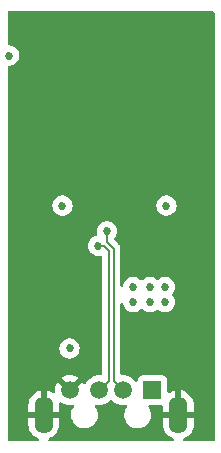
<source format=gbr>
%TF.GenerationSoftware,KiCad,Pcbnew,(6.0.7)*%
%TF.CreationDate,2023-02-07T19:22:30-08:00*%
%TF.ProjectId,ESP_Module,4553505f-4d6f-4647-956c-652e6b696361,rev?*%
%TF.SameCoordinates,Original*%
%TF.FileFunction,Copper,L4,Bot*%
%TF.FilePolarity,Positive*%
%FSLAX46Y46*%
G04 Gerber Fmt 4.6, Leading zero omitted, Abs format (unit mm)*
G04 Created by KiCad (PCBNEW (6.0.7)) date 2023-02-07 19:22:30*
%MOMM*%
%LPD*%
G01*
G04 APERTURE LIST*
%TA.AperFunction,ComponentPad*%
%ADD10R,1.508000X1.508000*%
%TD*%
%TA.AperFunction,ComponentPad*%
%ADD11C,1.508000*%
%TD*%
%TA.AperFunction,ComponentPad*%
%ADD12O,1.575000X3.150000*%
%TD*%
%TA.AperFunction,ViaPad*%
%ADD13C,0.685800*%
%TD*%
%TA.AperFunction,Conductor*%
%ADD14C,0.152400*%
%TD*%
G04 APERTURE END LIST*
D10*
%TO.P,J1,1,VCC*%
%TO.N,+5V*%
X160218000Y-100516000D03*
D11*
%TO.P,J1,2,D-*%
%TO.N,USB_D-*%
X157718000Y-100516000D03*
%TO.P,J1,3,D+*%
%TO.N,USB_D+*%
X155718000Y-100516000D03*
%TO.P,J1,4,GND*%
%TO.N,GND*%
X153218000Y-100516000D03*
D12*
%TO.P,J1,S1,SHIELD*%
X162418000Y-102616000D03*
%TO.P,J1,S2,SHIELD*%
X151018000Y-102616000D03*
%TD*%
D13*
%TO.N,+3V3*%
X148100000Y-72200000D03*
X161300000Y-91800000D03*
X160000000Y-93100000D03*
X161300000Y-93100000D03*
X153200000Y-97000000D03*
X158600000Y-91800000D03*
X161400000Y-84900000D03*
X160000000Y-91800000D03*
X152600000Y-84900000D03*
X158600000Y-93100000D03*
%TO.N,GND*%
X164500000Y-97400000D03*
X156700000Y-80000000D03*
X154500000Y-86800000D03*
X159600000Y-84600000D03*
X152500000Y-86800000D03*
X149000000Y-97400000D03*
X149000000Y-99400000D03*
X160700000Y-80000000D03*
X154500000Y-84900000D03*
X156700000Y-71000000D03*
X158700000Y-80000000D03*
X164500000Y-99400000D03*
X160700000Y-71000000D03*
X164500000Y-91300000D03*
X152700000Y-80000000D03*
X152700000Y-71000000D03*
X158700000Y-71000000D03*
X154700000Y-80000000D03*
X164500000Y-89300000D03*
X164500000Y-93300000D03*
X164500000Y-95300000D03*
X150500000Y-86800000D03*
X154700000Y-71000000D03*
%TO.N,USB_D+*%
X155600000Y-88300000D03*
%TO.N,USB_D-*%
X156376702Y-87076702D03*
%TD*%
D14*
%TO.N,USB_D+*%
X156514799Y-88725466D02*
X156514799Y-99719201D01*
X156089333Y-88300000D02*
X156514799Y-88725466D01*
X155600000Y-88300000D02*
X156089333Y-88300000D01*
X156514799Y-99719201D02*
X155718000Y-100516000D01*
%TO.N,USB_D-*%
X156376702Y-88012631D02*
X156921201Y-88557130D01*
X156921201Y-99719201D02*
X157718000Y-100516000D01*
X156921201Y-88557130D02*
X156921201Y-99719201D01*
X156376702Y-87076702D02*
X156376702Y-88012631D01*
%TD*%
%TA.AperFunction,Conductor*%
%TO.N,GND*%
G36*
X165423121Y-68478502D02*
G01*
X165469614Y-68532158D01*
X165481000Y-68584500D01*
X165481000Y-104735500D01*
X165460998Y-104803621D01*
X165407342Y-104850114D01*
X165355000Y-104861500D01*
X162925073Y-104861500D01*
X162856952Y-104841498D01*
X162810459Y-104787842D01*
X162800355Y-104717568D01*
X162829849Y-104652988D01*
X162871823Y-104621305D01*
X163063243Y-104532045D01*
X163072729Y-104526567D01*
X163249401Y-104402861D01*
X163257808Y-104395807D01*
X163410307Y-104243308D01*
X163417361Y-104234901D01*
X163541067Y-104058229D01*
X163546545Y-104048743D01*
X163637699Y-103853262D01*
X163641445Y-103842970D01*
X163697268Y-103634636D01*
X163699171Y-103623841D01*
X163713262Y-103462791D01*
X163713500Y-103457327D01*
X163713500Y-102888115D01*
X163709025Y-102872876D01*
X163707635Y-102871671D01*
X163699952Y-102870000D01*
X161140615Y-102870000D01*
X161125376Y-102874475D01*
X161124171Y-102875865D01*
X161122500Y-102883548D01*
X161122500Y-103457327D01*
X161122738Y-103462791D01*
X161136829Y-103623841D01*
X161138732Y-103634636D01*
X161194555Y-103842970D01*
X161198301Y-103853262D01*
X161289455Y-104048743D01*
X161294933Y-104058229D01*
X161418639Y-104234901D01*
X161425693Y-104243308D01*
X161578190Y-104395805D01*
X161586598Y-104402861D01*
X161763266Y-104526565D01*
X161772762Y-104532047D01*
X161964177Y-104621305D01*
X162017462Y-104668222D01*
X162036923Y-104736499D01*
X162016381Y-104804459D01*
X161962359Y-104850525D01*
X161910927Y-104861500D01*
X151525073Y-104861500D01*
X151456952Y-104841498D01*
X151410459Y-104787842D01*
X151400355Y-104717568D01*
X151429849Y-104652988D01*
X151471823Y-104621305D01*
X151663243Y-104532045D01*
X151672729Y-104526567D01*
X151849401Y-104402861D01*
X151857808Y-104395807D01*
X152010307Y-104243308D01*
X152017361Y-104234901D01*
X152141067Y-104058229D01*
X152146545Y-104048743D01*
X152237699Y-103853262D01*
X152241445Y-103842970D01*
X152297268Y-103634636D01*
X152299171Y-103623841D01*
X152313262Y-103462791D01*
X152313500Y-103457327D01*
X152313500Y-102888115D01*
X152309025Y-102872876D01*
X152307635Y-102871671D01*
X152299952Y-102870000D01*
X149740615Y-102870000D01*
X149725376Y-102874475D01*
X149724171Y-102875865D01*
X149722500Y-102883548D01*
X149722500Y-103457327D01*
X149722738Y-103462791D01*
X149736829Y-103623841D01*
X149738732Y-103634636D01*
X149794555Y-103842970D01*
X149798301Y-103853262D01*
X149889455Y-104048743D01*
X149894933Y-104058229D01*
X150018639Y-104234901D01*
X150025693Y-104243308D01*
X150178190Y-104395805D01*
X150186598Y-104402861D01*
X150363266Y-104526565D01*
X150372762Y-104532047D01*
X150564177Y-104621305D01*
X150617462Y-104668222D01*
X150636923Y-104736499D01*
X150616381Y-104804459D01*
X150562359Y-104850525D01*
X150510927Y-104861500D01*
X148081000Y-104861500D01*
X148012879Y-104841498D01*
X147966386Y-104787842D01*
X147955000Y-104735500D01*
X147955000Y-102343885D01*
X149722500Y-102343885D01*
X149726975Y-102359124D01*
X149728365Y-102360329D01*
X149736048Y-102362000D01*
X150745885Y-102362000D01*
X150761124Y-102357525D01*
X150762329Y-102356135D01*
X150764000Y-102348452D01*
X150764000Y-102343885D01*
X151272000Y-102343885D01*
X151276475Y-102359124D01*
X151277865Y-102360329D01*
X151285548Y-102362000D01*
X152295385Y-102362000D01*
X152310624Y-102357525D01*
X152311829Y-102356135D01*
X152313500Y-102348452D01*
X152313500Y-101774673D01*
X152313261Y-101769187D01*
X152304557Y-101669708D01*
X152318545Y-101600103D01*
X152367944Y-101549111D01*
X152437070Y-101532920D01*
X152502348Y-101555513D01*
X152580081Y-101609942D01*
X152589576Y-101615425D01*
X152779740Y-101704099D01*
X152790032Y-101707845D01*
X152992704Y-101762151D01*
X153003499Y-101764054D01*
X153212525Y-101782342D01*
X153223475Y-101782342D01*
X153421792Y-101764991D01*
X153491397Y-101778980D01*
X153542389Y-101828379D01*
X153558580Y-101897505D01*
X153538903Y-101953565D01*
X153541002Y-101954779D01*
X153432693Y-102141999D01*
X153361740Y-102346323D01*
X153330703Y-102560377D01*
X153340704Y-102776438D01*
X153342108Y-102782263D01*
X153342108Y-102782264D01*
X153363253Y-102870000D01*
X153391380Y-102986710D01*
X153480903Y-103183606D01*
X153606043Y-103360021D01*
X153762285Y-103509590D01*
X153767320Y-103512841D01*
X153938954Y-103623664D01*
X153938957Y-103623665D01*
X153943991Y-103626916D01*
X154144604Y-103707766D01*
X154150485Y-103708914D01*
X154150490Y-103708916D01*
X154352441Y-103748354D01*
X154352444Y-103748354D01*
X154356887Y-103749222D01*
X154362571Y-103749500D01*
X154522041Y-103749500D01*
X154683315Y-103734113D01*
X154890860Y-103673226D01*
X154965787Y-103634636D01*
X155077817Y-103576937D01*
X155077820Y-103576935D01*
X155083148Y-103574191D01*
X155170666Y-103505445D01*
X155248522Y-103444289D01*
X155248527Y-103444285D01*
X155253239Y-103440583D01*
X155257171Y-103436052D01*
X155391067Y-103281752D01*
X155391071Y-103281747D01*
X155394998Y-103277221D01*
X155503307Y-103090001D01*
X155574260Y-102885677D01*
X155576533Y-102870000D01*
X155604436Y-102677563D01*
X155604436Y-102677560D01*
X155605297Y-102671623D01*
X155595296Y-102455562D01*
X155544620Y-102245290D01*
X155455097Y-102048394D01*
X155394822Y-101963422D01*
X155371724Y-101896288D01*
X155388588Y-101827323D01*
X155440060Y-101778424D01*
X155508573Y-101765001D01*
X155712525Y-101782844D01*
X155718000Y-101783323D01*
X155938068Y-101764070D01*
X156100243Y-101720615D01*
X156146140Y-101708317D01*
X156146142Y-101708316D01*
X156151450Y-101706894D01*
X156157444Y-101704099D01*
X156346675Y-101615860D01*
X156346680Y-101615857D01*
X156351662Y-101613534D01*
X156356792Y-101609942D01*
X156528109Y-101489985D01*
X156528112Y-101489983D01*
X156532620Y-101486826D01*
X156628905Y-101390541D01*
X156691217Y-101356515D01*
X156762032Y-101361580D01*
X156807095Y-101390541D01*
X156903380Y-101486826D01*
X156907888Y-101489983D01*
X156907891Y-101489985D01*
X157079208Y-101609942D01*
X157084338Y-101613534D01*
X157089320Y-101615857D01*
X157089325Y-101615860D01*
X157278556Y-101704099D01*
X157284550Y-101706894D01*
X157289858Y-101708316D01*
X157289860Y-101708317D01*
X157335757Y-101720615D01*
X157497932Y-101764070D01*
X157718000Y-101783323D01*
X157921411Y-101765527D01*
X157991014Y-101779516D01*
X158042007Y-101828916D01*
X158058197Y-101898042D01*
X158038759Y-101953481D01*
X158041002Y-101954779D01*
X157932693Y-102141999D01*
X157861740Y-102346323D01*
X157830703Y-102560377D01*
X157840704Y-102776438D01*
X157842108Y-102782263D01*
X157842108Y-102782264D01*
X157863253Y-102870000D01*
X157891380Y-102986710D01*
X157980903Y-103183606D01*
X158106043Y-103360021D01*
X158262285Y-103509590D01*
X158267320Y-103512841D01*
X158438954Y-103623664D01*
X158438957Y-103623665D01*
X158443991Y-103626916D01*
X158644604Y-103707766D01*
X158650485Y-103708914D01*
X158650490Y-103708916D01*
X158852441Y-103748354D01*
X158852444Y-103748354D01*
X158856887Y-103749222D01*
X158862571Y-103749500D01*
X159022041Y-103749500D01*
X159183315Y-103734113D01*
X159390860Y-103673226D01*
X159465787Y-103634636D01*
X159577817Y-103576937D01*
X159577820Y-103576935D01*
X159583148Y-103574191D01*
X159670666Y-103505445D01*
X159748522Y-103444289D01*
X159748527Y-103444285D01*
X159753239Y-103440583D01*
X159757171Y-103436052D01*
X159891067Y-103281752D01*
X159891071Y-103281747D01*
X159894998Y-103277221D01*
X160003307Y-103090001D01*
X160074260Y-102885677D01*
X160076533Y-102870000D01*
X160104436Y-102677563D01*
X160104436Y-102677560D01*
X160105297Y-102671623D01*
X160095296Y-102455562D01*
X160044620Y-102245290D01*
X159955097Y-102048394D01*
X159904737Y-101977399D01*
X159881639Y-101910266D01*
X159898503Y-101841301D01*
X159949975Y-101792402D01*
X160007507Y-101778500D01*
X160996500Y-101778500D01*
X161064621Y-101798502D01*
X161111114Y-101852158D01*
X161122500Y-101904500D01*
X161122500Y-102343885D01*
X161126975Y-102359124D01*
X161128365Y-102360329D01*
X161136048Y-102362000D01*
X162145885Y-102362000D01*
X162161124Y-102357525D01*
X162162329Y-102356135D01*
X162164000Y-102348452D01*
X162164000Y-102343885D01*
X162672000Y-102343885D01*
X162676475Y-102359124D01*
X162677865Y-102360329D01*
X162685548Y-102362000D01*
X163695385Y-102362000D01*
X163710624Y-102357525D01*
X163711829Y-102356135D01*
X163713500Y-102348452D01*
X163713500Y-101774673D01*
X163713262Y-101769209D01*
X163699171Y-101608159D01*
X163697268Y-101597364D01*
X163641445Y-101389030D01*
X163637699Y-101378738D01*
X163546545Y-101183257D01*
X163541067Y-101173771D01*
X163417361Y-100997099D01*
X163410307Y-100988692D01*
X163257810Y-100836195D01*
X163249402Y-100829139D01*
X163072734Y-100705435D01*
X163063238Y-100699952D01*
X162867762Y-100608801D01*
X162857470Y-100605055D01*
X162689497Y-100560047D01*
X162675401Y-100560383D01*
X162672000Y-100568325D01*
X162672000Y-102343885D01*
X162164000Y-102343885D01*
X162164000Y-100573474D01*
X162160027Y-100559943D01*
X162151478Y-100558714D01*
X161978530Y-100605055D01*
X161968238Y-100608801D01*
X161772757Y-100699955D01*
X161763279Y-100705428D01*
X161678770Y-100764601D01*
X161611496Y-100787288D01*
X161542636Y-100770003D01*
X161494052Y-100718233D01*
X161480500Y-100661387D01*
X161480500Y-99713866D01*
X161473745Y-99651684D01*
X161422615Y-99515295D01*
X161335261Y-99398739D01*
X161218705Y-99311385D01*
X161082316Y-99260255D01*
X161020134Y-99253500D01*
X159415866Y-99253500D01*
X159353684Y-99260255D01*
X159217295Y-99311385D01*
X159100739Y-99398739D01*
X159013385Y-99515295D01*
X158962255Y-99651684D01*
X158961402Y-99659540D01*
X158957061Y-99699499D01*
X158929820Y-99765061D01*
X158871457Y-99805488D01*
X158800503Y-99807944D01*
X158739485Y-99771649D01*
X158728585Y-99758162D01*
X158699961Y-99717283D01*
X158688826Y-99701380D01*
X158532620Y-99545174D01*
X158528112Y-99542017D01*
X158528109Y-99542015D01*
X158356171Y-99421623D01*
X158356168Y-99421621D01*
X158351662Y-99418466D01*
X158346680Y-99416143D01*
X158346675Y-99416140D01*
X158156432Y-99327429D01*
X158156431Y-99327429D01*
X158151450Y-99325106D01*
X158146142Y-99323684D01*
X158146140Y-99323683D01*
X158080748Y-99306161D01*
X157938068Y-99267930D01*
X157718000Y-99248677D01*
X157642882Y-99255249D01*
X157573278Y-99241260D01*
X157522285Y-99191860D01*
X157505901Y-99129728D01*
X157505901Y-93239719D01*
X157525903Y-93171598D01*
X157579559Y-93125105D01*
X157649833Y-93115001D01*
X157714413Y-93144495D01*
X157752797Y-93204221D01*
X157757211Y-93226548D01*
X157762618Y-93277991D01*
X157817923Y-93448203D01*
X157907409Y-93603197D01*
X158027164Y-93736199D01*
X158171955Y-93841396D01*
X158177983Y-93844080D01*
X158177985Y-93844081D01*
X158329423Y-93911505D01*
X158335454Y-93914190D01*
X158422984Y-93932795D01*
X158504057Y-93950028D01*
X158504061Y-93950028D01*
X158510514Y-93951400D01*
X158689486Y-93951400D01*
X158695939Y-93950028D01*
X158695943Y-93950028D01*
X158777016Y-93932795D01*
X158864546Y-93914190D01*
X158870577Y-93911505D01*
X159022015Y-93844081D01*
X159022017Y-93844080D01*
X159028045Y-93841396D01*
X159172836Y-93736199D01*
X159206366Y-93698960D01*
X159266809Y-93661722D01*
X159337793Y-93663073D01*
X159393634Y-93698960D01*
X159427164Y-93736199D01*
X159571955Y-93841396D01*
X159577983Y-93844080D01*
X159577985Y-93844081D01*
X159729423Y-93911505D01*
X159735454Y-93914190D01*
X159822984Y-93932795D01*
X159904057Y-93950028D01*
X159904061Y-93950028D01*
X159910514Y-93951400D01*
X160089486Y-93951400D01*
X160095939Y-93950028D01*
X160095943Y-93950028D01*
X160177016Y-93932795D01*
X160264546Y-93914190D01*
X160270577Y-93911505D01*
X160422015Y-93844081D01*
X160422017Y-93844080D01*
X160428045Y-93841396D01*
X160572836Y-93736199D01*
X160573954Y-93737738D01*
X160629696Y-93710988D01*
X160700150Y-93719751D01*
X160726712Y-93736821D01*
X160727164Y-93736199D01*
X160871955Y-93841396D01*
X160877983Y-93844080D01*
X160877985Y-93844081D01*
X161029423Y-93911505D01*
X161035454Y-93914190D01*
X161122984Y-93932795D01*
X161204057Y-93950028D01*
X161204061Y-93950028D01*
X161210514Y-93951400D01*
X161389486Y-93951400D01*
X161395939Y-93950028D01*
X161395943Y-93950028D01*
X161477016Y-93932795D01*
X161564546Y-93914190D01*
X161570577Y-93911505D01*
X161722015Y-93844081D01*
X161722017Y-93844080D01*
X161728045Y-93841396D01*
X161872836Y-93736199D01*
X161992591Y-93603197D01*
X162082077Y-93448203D01*
X162137382Y-93277991D01*
X162156090Y-93100000D01*
X162137382Y-92922009D01*
X162082077Y-92751797D01*
X161992591Y-92596803D01*
X161936322Y-92534309D01*
X161905605Y-92470303D01*
X161914369Y-92399849D01*
X161936322Y-92365690D01*
X161988172Y-92308105D01*
X161988173Y-92308104D01*
X161992591Y-92303197D01*
X162082077Y-92148203D01*
X162137382Y-91977991D01*
X162156090Y-91800000D01*
X162137382Y-91622009D01*
X162082077Y-91451797D01*
X161992591Y-91296803D01*
X161872836Y-91163801D01*
X161728045Y-91058604D01*
X161722017Y-91055920D01*
X161722015Y-91055919D01*
X161570577Y-90988495D01*
X161570576Y-90988495D01*
X161564546Y-90985810D01*
X161477016Y-90967205D01*
X161395943Y-90949972D01*
X161395939Y-90949972D01*
X161389486Y-90948600D01*
X161210514Y-90948600D01*
X161204061Y-90949972D01*
X161204057Y-90949972D01*
X161122984Y-90967205D01*
X161035454Y-90985810D01*
X161029424Y-90988495D01*
X161029423Y-90988495D01*
X160877985Y-91055919D01*
X160877983Y-91055920D01*
X160871955Y-91058604D01*
X160727164Y-91163801D01*
X160726046Y-91162262D01*
X160670304Y-91189012D01*
X160599850Y-91180249D01*
X160573288Y-91163179D01*
X160572836Y-91163801D01*
X160433387Y-91062485D01*
X160433386Y-91062484D01*
X160428045Y-91058604D01*
X160422017Y-91055920D01*
X160422015Y-91055919D01*
X160270577Y-90988495D01*
X160270576Y-90988495D01*
X160264546Y-90985810D01*
X160177016Y-90967205D01*
X160095943Y-90949972D01*
X160095939Y-90949972D01*
X160089486Y-90948600D01*
X159910514Y-90948600D01*
X159904061Y-90949972D01*
X159904057Y-90949972D01*
X159822984Y-90967205D01*
X159735454Y-90985810D01*
X159729424Y-90988495D01*
X159729423Y-90988495D01*
X159577985Y-91055919D01*
X159577983Y-91055920D01*
X159571955Y-91058604D01*
X159427164Y-91163801D01*
X159393634Y-91201040D01*
X159333191Y-91238278D01*
X159262207Y-91236927D01*
X159206366Y-91201040D01*
X159172836Y-91163801D01*
X159028045Y-91058604D01*
X159022017Y-91055920D01*
X159022015Y-91055919D01*
X158870577Y-90988495D01*
X158870576Y-90988495D01*
X158864546Y-90985810D01*
X158777016Y-90967205D01*
X158695943Y-90949972D01*
X158695939Y-90949972D01*
X158689486Y-90948600D01*
X158510514Y-90948600D01*
X158504061Y-90949972D01*
X158504057Y-90949972D01*
X158422984Y-90967205D01*
X158335454Y-90985810D01*
X158329424Y-90988495D01*
X158329423Y-90988495D01*
X158177985Y-91055919D01*
X158177983Y-91055920D01*
X158171955Y-91058604D01*
X158027164Y-91163801D01*
X157907409Y-91296803D01*
X157817923Y-91451797D01*
X157762618Y-91622009D01*
X157761928Y-91628572D01*
X157761928Y-91628573D01*
X157757211Y-91673452D01*
X157730198Y-91739109D01*
X157671976Y-91779738D01*
X157601031Y-91782441D01*
X157539887Y-91746359D01*
X157507957Y-91682947D01*
X157505901Y-91660281D01*
X157505901Y-88603716D01*
X157506979Y-88587269D01*
X157509869Y-88565318D01*
X157510947Y-88557130D01*
X157490851Y-88404493D01*
X157447569Y-88300000D01*
X157435095Y-88269885D01*
X157435094Y-88269883D01*
X157431935Y-88262257D01*
X157395467Y-88214732D01*
X157395466Y-88214730D01*
X157343242Y-88146670D01*
X157338214Y-88140117D01*
X157331664Y-88135091D01*
X157331660Y-88135087D01*
X157314092Y-88121607D01*
X157301700Y-88110739D01*
X157012445Y-87821484D01*
X156978419Y-87759172D01*
X156983484Y-87688357D01*
X157007902Y-87648081D01*
X157069293Y-87579899D01*
X157123616Y-87485810D01*
X157155475Y-87430628D01*
X157155476Y-87430627D01*
X157158779Y-87424905D01*
X157214084Y-87254693D01*
X157232792Y-87076702D01*
X157214084Y-86898711D01*
X157158779Y-86728499D01*
X157069293Y-86573505D01*
X156949538Y-86440503D01*
X156804747Y-86335306D01*
X156798719Y-86332622D01*
X156798717Y-86332621D01*
X156647279Y-86265197D01*
X156647278Y-86265197D01*
X156641248Y-86262512D01*
X156553718Y-86243907D01*
X156472645Y-86226674D01*
X156472641Y-86226674D01*
X156466188Y-86225302D01*
X156287216Y-86225302D01*
X156280763Y-86226674D01*
X156280759Y-86226674D01*
X156199686Y-86243907D01*
X156112156Y-86262512D01*
X156106126Y-86265197D01*
X156106125Y-86265197D01*
X155954687Y-86332621D01*
X155954685Y-86332622D01*
X155948657Y-86335306D01*
X155803866Y-86440503D01*
X155684111Y-86573505D01*
X155594625Y-86728499D01*
X155539320Y-86898711D01*
X155520612Y-87076702D01*
X155539320Y-87254693D01*
X155541360Y-87260971D01*
X155541360Y-87260972D01*
X155553150Y-87297257D01*
X155555178Y-87368224D01*
X155518515Y-87429022D01*
X155459514Y-87459440D01*
X155410241Y-87469914D01*
X155335454Y-87485810D01*
X155329424Y-87488495D01*
X155329423Y-87488495D01*
X155177985Y-87555919D01*
X155177983Y-87555920D01*
X155171955Y-87558604D01*
X155166614Y-87562484D01*
X155166613Y-87562485D01*
X155048805Y-87648078D01*
X155027164Y-87663801D01*
X154907409Y-87796803D01*
X154817923Y-87951797D01*
X154762618Y-88122009D01*
X154743910Y-88300000D01*
X154762618Y-88477991D01*
X154817923Y-88648203D01*
X154907409Y-88803197D01*
X155027164Y-88936199D01*
X155171955Y-89041396D01*
X155177983Y-89044080D01*
X155177985Y-89044081D01*
X155329423Y-89111505D01*
X155335454Y-89114190D01*
X155422100Y-89132607D01*
X155504057Y-89150028D01*
X155504061Y-89150028D01*
X155510514Y-89151400D01*
X155689486Y-89151400D01*
X155709112Y-89147228D01*
X155777903Y-89132607D01*
X155848693Y-89138009D01*
X155905326Y-89180826D01*
X155929819Y-89247464D01*
X155930099Y-89255854D01*
X155930099Y-99129728D01*
X155910097Y-99197849D01*
X155856441Y-99244342D01*
X155793118Y-99255249D01*
X155718000Y-99248677D01*
X155497932Y-99267930D01*
X155355252Y-99306161D01*
X155289860Y-99323683D01*
X155289858Y-99323684D01*
X155284550Y-99325106D01*
X155279569Y-99327428D01*
X155279568Y-99327429D01*
X155089320Y-99416143D01*
X155089317Y-99416145D01*
X155084339Y-99418466D01*
X154903380Y-99545174D01*
X154747174Y-99701380D01*
X154620466Y-99882339D01*
X154618145Y-99887317D01*
X154618143Y-99887320D01*
X154581919Y-99965003D01*
X154535002Y-100018288D01*
X154466724Y-100037749D01*
X154398764Y-100017207D01*
X154353529Y-99965003D01*
X154317424Y-99887575D01*
X154311945Y-99878085D01*
X154282461Y-99835978D01*
X154271985Y-99827604D01*
X154258537Y-99834673D01*
X153307095Y-100786115D01*
X153244783Y-100820141D01*
X153173968Y-100815076D01*
X153128905Y-100786115D01*
X152176741Y-99833951D01*
X152164967Y-99827521D01*
X152152951Y-99836817D01*
X152124055Y-99878085D01*
X152118577Y-99887575D01*
X152029901Y-100077740D01*
X152026155Y-100088032D01*
X151971849Y-100290704D01*
X151969946Y-100301499D01*
X151951658Y-100510525D01*
X151951658Y-100521486D01*
X151963454Y-100656309D01*
X151949466Y-100725914D01*
X151900067Y-100776906D01*
X151830941Y-100793097D01*
X151765664Y-100770505D01*
X151672731Y-100705434D01*
X151663238Y-100699952D01*
X151467762Y-100608801D01*
X151457470Y-100605055D01*
X151289497Y-100560047D01*
X151275401Y-100560383D01*
X151272000Y-100568325D01*
X151272000Y-102343885D01*
X150764000Y-102343885D01*
X150764000Y-100573474D01*
X150760027Y-100559943D01*
X150751478Y-100558714D01*
X150578530Y-100605055D01*
X150568238Y-100608801D01*
X150372757Y-100699955D01*
X150363271Y-100705433D01*
X150186599Y-100829139D01*
X150178192Y-100836193D01*
X150025693Y-100988692D01*
X150018639Y-100997099D01*
X149894933Y-101173771D01*
X149889455Y-101183257D01*
X149798301Y-101378738D01*
X149794555Y-101389030D01*
X149738732Y-101597364D01*
X149736829Y-101608159D01*
X149722738Y-101769209D01*
X149722500Y-101774673D01*
X149722500Y-102343885D01*
X147955000Y-102343885D01*
X147955000Y-99462015D01*
X152529604Y-99462015D01*
X152536673Y-99475463D01*
X153205188Y-100143978D01*
X153219132Y-100151592D01*
X153220965Y-100151461D01*
X153227580Y-100147210D01*
X153900049Y-99474741D01*
X153906479Y-99462966D01*
X153897183Y-99450951D01*
X153855919Y-99422058D01*
X153846424Y-99416575D01*
X153656260Y-99327901D01*
X153645968Y-99324155D01*
X153443296Y-99269849D01*
X153432501Y-99267946D01*
X153223475Y-99249658D01*
X153212525Y-99249658D01*
X153003499Y-99267946D01*
X152992704Y-99269849D01*
X152790032Y-99324155D01*
X152779740Y-99327901D01*
X152589575Y-99416577D01*
X152580085Y-99422055D01*
X152537978Y-99451539D01*
X152529604Y-99462015D01*
X147955000Y-99462015D01*
X147955000Y-97000000D01*
X152343910Y-97000000D01*
X152362618Y-97177991D01*
X152417923Y-97348203D01*
X152507409Y-97503197D01*
X152627164Y-97636199D01*
X152771955Y-97741396D01*
X152777983Y-97744080D01*
X152777985Y-97744081D01*
X152929423Y-97811505D01*
X152935454Y-97814190D01*
X153022984Y-97832795D01*
X153104057Y-97850028D01*
X153104061Y-97850028D01*
X153110514Y-97851400D01*
X153289486Y-97851400D01*
X153295939Y-97850028D01*
X153295943Y-97850028D01*
X153377016Y-97832795D01*
X153464546Y-97814190D01*
X153470577Y-97811505D01*
X153622015Y-97744081D01*
X153622017Y-97744080D01*
X153628045Y-97741396D01*
X153772836Y-97636199D01*
X153892591Y-97503197D01*
X153982077Y-97348203D01*
X154037382Y-97177991D01*
X154056090Y-97000000D01*
X154037382Y-96822009D01*
X153982077Y-96651797D01*
X153892591Y-96496803D01*
X153772836Y-96363801D01*
X153628045Y-96258604D01*
X153622017Y-96255920D01*
X153622015Y-96255919D01*
X153470577Y-96188495D01*
X153470576Y-96188495D01*
X153464546Y-96185810D01*
X153377016Y-96167205D01*
X153295943Y-96149972D01*
X153295939Y-96149972D01*
X153289486Y-96148600D01*
X153110514Y-96148600D01*
X153104061Y-96149972D01*
X153104057Y-96149972D01*
X153022984Y-96167205D01*
X152935454Y-96185810D01*
X152929424Y-96188495D01*
X152929423Y-96188495D01*
X152777985Y-96255919D01*
X152777983Y-96255920D01*
X152771955Y-96258604D01*
X152627164Y-96363801D01*
X152507409Y-96496803D01*
X152417923Y-96651797D01*
X152362618Y-96822009D01*
X152343910Y-97000000D01*
X147955000Y-97000000D01*
X147955000Y-84900000D01*
X151743910Y-84900000D01*
X151762618Y-85077991D01*
X151817923Y-85248203D01*
X151907409Y-85403197D01*
X152027164Y-85536199D01*
X152171955Y-85641396D01*
X152177983Y-85644080D01*
X152177985Y-85644081D01*
X152329423Y-85711505D01*
X152335454Y-85714190D01*
X152422984Y-85732795D01*
X152504057Y-85750028D01*
X152504061Y-85750028D01*
X152510514Y-85751400D01*
X152689486Y-85751400D01*
X152695939Y-85750028D01*
X152695943Y-85750028D01*
X152777016Y-85732795D01*
X152864546Y-85714190D01*
X152870577Y-85711505D01*
X153022015Y-85644081D01*
X153022017Y-85644080D01*
X153028045Y-85641396D01*
X153172836Y-85536199D01*
X153292591Y-85403197D01*
X153382077Y-85248203D01*
X153437382Y-85077991D01*
X153456090Y-84900000D01*
X160543910Y-84900000D01*
X160562618Y-85077991D01*
X160617923Y-85248203D01*
X160707409Y-85403197D01*
X160827164Y-85536199D01*
X160971955Y-85641396D01*
X160977983Y-85644080D01*
X160977985Y-85644081D01*
X161129423Y-85711505D01*
X161135454Y-85714190D01*
X161222984Y-85732795D01*
X161304057Y-85750028D01*
X161304061Y-85750028D01*
X161310514Y-85751400D01*
X161489486Y-85751400D01*
X161495939Y-85750028D01*
X161495943Y-85750028D01*
X161577016Y-85732795D01*
X161664546Y-85714190D01*
X161670577Y-85711505D01*
X161822015Y-85644081D01*
X161822017Y-85644080D01*
X161828045Y-85641396D01*
X161972836Y-85536199D01*
X162092591Y-85403197D01*
X162182077Y-85248203D01*
X162237382Y-85077991D01*
X162256090Y-84900000D01*
X162237382Y-84722009D01*
X162182077Y-84551797D01*
X162092591Y-84396803D01*
X161972836Y-84263801D01*
X161828045Y-84158604D01*
X161822017Y-84155920D01*
X161822015Y-84155919D01*
X161670577Y-84088495D01*
X161670576Y-84088495D01*
X161664546Y-84085810D01*
X161577016Y-84067205D01*
X161495943Y-84049972D01*
X161495939Y-84049972D01*
X161489486Y-84048600D01*
X161310514Y-84048600D01*
X161304061Y-84049972D01*
X161304057Y-84049972D01*
X161222984Y-84067205D01*
X161135454Y-84085810D01*
X161129424Y-84088495D01*
X161129423Y-84088495D01*
X160977985Y-84155919D01*
X160977983Y-84155920D01*
X160971955Y-84158604D01*
X160827164Y-84263801D01*
X160707409Y-84396803D01*
X160617923Y-84551797D01*
X160562618Y-84722009D01*
X160543910Y-84900000D01*
X153456090Y-84900000D01*
X153437382Y-84722009D01*
X153382077Y-84551797D01*
X153292591Y-84396803D01*
X153172836Y-84263801D01*
X153028045Y-84158604D01*
X153022017Y-84155920D01*
X153022015Y-84155919D01*
X152870577Y-84088495D01*
X152870576Y-84088495D01*
X152864546Y-84085810D01*
X152777016Y-84067205D01*
X152695943Y-84049972D01*
X152695939Y-84049972D01*
X152689486Y-84048600D01*
X152510514Y-84048600D01*
X152504061Y-84049972D01*
X152504057Y-84049972D01*
X152422984Y-84067205D01*
X152335454Y-84085810D01*
X152329424Y-84088495D01*
X152329423Y-84088495D01*
X152177985Y-84155919D01*
X152177983Y-84155920D01*
X152171955Y-84158604D01*
X152027164Y-84263801D01*
X151907409Y-84396803D01*
X151817923Y-84551797D01*
X151762618Y-84722009D01*
X151743910Y-84900000D01*
X147955000Y-84900000D01*
X147955000Y-73177400D01*
X147975002Y-73109279D01*
X148028658Y-73062786D01*
X148081000Y-73051400D01*
X148189486Y-73051400D01*
X148195939Y-73050028D01*
X148195943Y-73050028D01*
X148277016Y-73032795D01*
X148364546Y-73014190D01*
X148370577Y-73011505D01*
X148522015Y-72944081D01*
X148522017Y-72944080D01*
X148528045Y-72941396D01*
X148672836Y-72836199D01*
X148792591Y-72703197D01*
X148882077Y-72548203D01*
X148937382Y-72377991D01*
X148956090Y-72200000D01*
X148937382Y-72022009D01*
X148882077Y-71851797D01*
X148792591Y-71696803D01*
X148672836Y-71563801D01*
X148528045Y-71458604D01*
X148522017Y-71455920D01*
X148522015Y-71455919D01*
X148370577Y-71388495D01*
X148370576Y-71388495D01*
X148364546Y-71385810D01*
X148277016Y-71367205D01*
X148195943Y-71349972D01*
X148195939Y-71349972D01*
X148189486Y-71348600D01*
X148081000Y-71348600D01*
X148012879Y-71328598D01*
X147966386Y-71274942D01*
X147955000Y-71222600D01*
X147955000Y-68584500D01*
X147975002Y-68516379D01*
X148028658Y-68469886D01*
X148081000Y-68458500D01*
X165355000Y-68458500D01*
X165423121Y-68478502D01*
G37*
%TD.AperFunction*%
%TD*%
M02*

</source>
